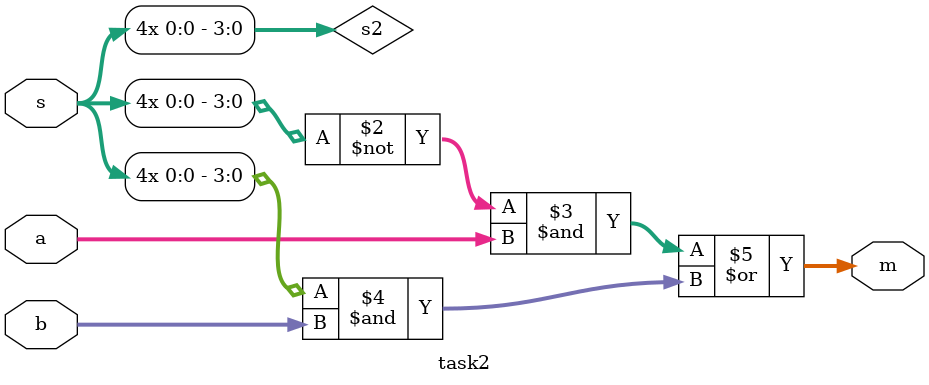
<source format=v>
module task2(a, b, s, m);
	input [3:0]a,b;
	input s;
	output reg [3:0]m;
	reg [3:0] s2;
	always @* begin
    s2 = {s, s, s, s};

    m = (~s2 & a) | (s2 & b);
  end
endmodule

</source>
